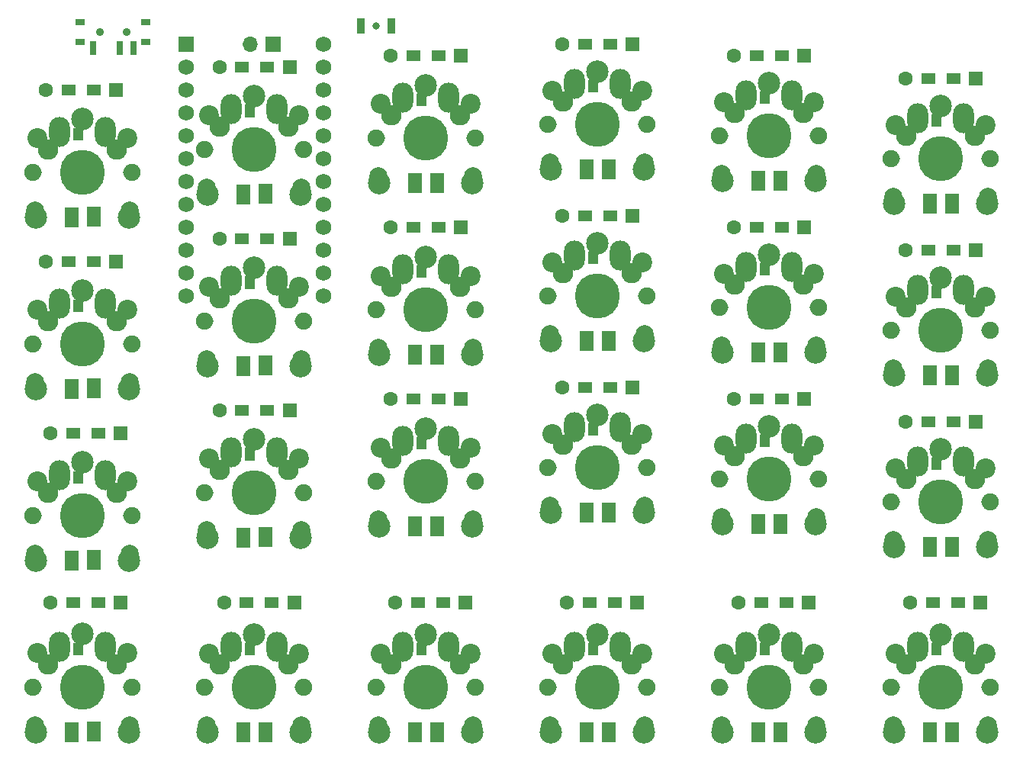
<source format=gbr>
G04 #@! TF.GenerationSoftware,KiCad,Pcbnew,5.1.9*
G04 #@! TF.CreationDate,2021-01-09T20:22:18-06:00*
G04 #@! TF.ProjectId,halfboard,68616c66-626f-4617-9264-2e6b69636164,rev?*
G04 #@! TF.SameCoordinates,Original*
G04 #@! TF.FileFunction,Soldermask,Bot*
G04 #@! TF.FilePolarity,Negative*
%FSLAX46Y46*%
G04 Gerber Fmt 4.6, Leading zero omitted, Abs format (unit mm)*
G04 Created by KiCad (PCBNEW 5.1.9) date 2021-01-09 20:22:18*
%MOMM*%
%LPD*%
G01*
G04 APERTURE LIST*
%ADD10C,0.100000*%
%ADD11C,5.000000*%
%ADD12C,1.900000*%
%ADD13C,2.200000*%
%ADD14C,2.500000*%
%ADD15C,2.286000*%
%ADD16O,2.300000X3.337000*%
%ADD17C,1.193800*%
%ADD18R,1.500000X2.300000*%
%ADD19C,2.000000*%
%ADD20O,1.700000X1.700000*%
%ADD21R,1.700000X1.700000*%
%ADD22C,0.800000*%
%ADD23C,0.900000*%
%ADD24R,0.700000X1.500000*%
%ADD25R,1.000000X0.800000*%
%ADD26R,0.900000X1.700000*%
%ADD27R,1.600000X1.600000*%
%ADD28C,1.600000*%
%ADD29R,1.600000X1.200000*%
%ADD30C,1.752600*%
%ADD31R,1.752600X1.752600*%
G04 APERTURE END LIST*
D10*
G04 #@! TO.C,REF\u002A\u002A*
G36*
X49182000Y-60121800D02*
G01*
X48166000Y-60121800D01*
X48166000Y-58801000D01*
X49182000Y-58801000D01*
X49182000Y-60121800D01*
G37*
X49182000Y-60121800D02*
X48166000Y-60121800D01*
X48166000Y-58801000D01*
X49182000Y-58801000D01*
X49182000Y-60121800D01*
G04 #@! TO.C, *
G36*
X144430303Y-58627530D02*
G01*
X143414303Y-58627530D01*
X143414303Y-57306730D01*
X144430303Y-57306730D01*
X144430303Y-58627530D01*
G37*
X144430303Y-58627530D02*
X143414303Y-58627530D01*
X143414303Y-57306730D01*
X144430303Y-57306730D01*
X144430303Y-58627530D01*
G36*
X144430303Y-77677530D02*
G01*
X143414303Y-77677530D01*
X143414303Y-76356730D01*
X144430303Y-76356730D01*
X144430303Y-77677530D01*
G37*
X144430303Y-77677530D02*
X143414303Y-77677530D01*
X143414303Y-76356730D01*
X144430303Y-76356730D01*
X144430303Y-77677530D01*
G36*
X144430303Y-96727530D02*
G01*
X143414303Y-96727530D01*
X143414303Y-95406730D01*
X144430303Y-95406730D01*
X144430303Y-96727530D01*
G37*
X144430303Y-96727530D02*
X143414303Y-96727530D01*
X143414303Y-95406730D01*
X144430303Y-95406730D01*
X144430303Y-96727530D01*
G36*
X144430303Y-117301530D02*
G01*
X143414303Y-117301530D01*
X143414303Y-115980730D01*
X144430303Y-115980730D01*
X144430303Y-117301530D01*
G37*
X144430303Y-117301530D02*
X143414303Y-117301530D01*
X143414303Y-115980730D01*
X144430303Y-115980730D01*
X144430303Y-117301530D01*
G36*
X125380303Y-117301530D02*
G01*
X124364303Y-117301530D01*
X124364303Y-115980730D01*
X125380303Y-115980730D01*
X125380303Y-117301530D01*
G37*
X125380303Y-117301530D02*
X124364303Y-117301530D01*
X124364303Y-115980730D01*
X125380303Y-115980730D01*
X125380303Y-117301530D01*
G36*
X106330303Y-117301530D02*
G01*
X105314303Y-117301530D01*
X105314303Y-115980730D01*
X106330303Y-115980730D01*
X106330303Y-117301530D01*
G37*
X106330303Y-117301530D02*
X105314303Y-117301530D01*
X105314303Y-115980730D01*
X106330303Y-115980730D01*
X106330303Y-117301530D01*
G36*
X87280303Y-117301530D02*
G01*
X86264303Y-117301530D01*
X86264303Y-115980730D01*
X87280303Y-115980730D01*
X87280303Y-117301530D01*
G37*
X87280303Y-117301530D02*
X86264303Y-117301530D01*
X86264303Y-115980730D01*
X87280303Y-115980730D01*
X87280303Y-117301530D01*
G36*
X125380303Y-94187530D02*
G01*
X124364303Y-94187530D01*
X124364303Y-92866730D01*
X125380303Y-92866730D01*
X125380303Y-94187530D01*
G37*
X125380303Y-94187530D02*
X124364303Y-94187530D01*
X124364303Y-92866730D01*
X125380303Y-92866730D01*
X125380303Y-94187530D01*
G36*
X125380303Y-75137530D02*
G01*
X124364303Y-75137530D01*
X124364303Y-73816730D01*
X125380303Y-73816730D01*
X125380303Y-75137530D01*
G37*
X125380303Y-75137530D02*
X124364303Y-75137530D01*
X124364303Y-73816730D01*
X125380303Y-73816730D01*
X125380303Y-75137530D01*
G36*
X125380303Y-56087530D02*
G01*
X124364303Y-56087530D01*
X124364303Y-54766730D01*
X125380303Y-54766730D01*
X125380303Y-56087530D01*
G37*
X125380303Y-56087530D02*
X124364303Y-56087530D01*
X124364303Y-54766730D01*
X125380303Y-54766730D01*
X125380303Y-56087530D01*
G36*
X106330303Y-54817530D02*
G01*
X105314303Y-54817530D01*
X105314303Y-53496730D01*
X106330303Y-53496730D01*
X106330303Y-54817530D01*
G37*
X106330303Y-54817530D02*
X105314303Y-54817530D01*
X105314303Y-53496730D01*
X106330303Y-53496730D01*
X106330303Y-54817530D01*
G36*
X106330303Y-73867530D02*
G01*
X105314303Y-73867530D01*
X105314303Y-72546730D01*
X106330303Y-72546730D01*
X106330303Y-73867530D01*
G37*
X106330303Y-73867530D02*
X105314303Y-73867530D01*
X105314303Y-72546730D01*
X106330303Y-72546730D01*
X106330303Y-73867530D01*
G36*
X106330303Y-92917530D02*
G01*
X105314303Y-92917530D01*
X105314303Y-91596730D01*
X106330303Y-91596730D01*
X106330303Y-92917530D01*
G37*
X106330303Y-92917530D02*
X105314303Y-92917530D01*
X105314303Y-91596730D01*
X106330303Y-91596730D01*
X106330303Y-92917530D01*
G36*
X87280303Y-94441530D02*
G01*
X86264303Y-94441530D01*
X86264303Y-93120730D01*
X87280303Y-93120730D01*
X87280303Y-94441530D01*
G37*
X87280303Y-94441530D02*
X86264303Y-94441530D01*
X86264303Y-93120730D01*
X87280303Y-93120730D01*
X87280303Y-94441530D01*
G36*
X87280303Y-75391530D02*
G01*
X86264303Y-75391530D01*
X86264303Y-74070730D01*
X87280303Y-74070730D01*
X87280303Y-75391530D01*
G37*
X87280303Y-75391530D02*
X86264303Y-75391530D01*
X86264303Y-74070730D01*
X87280303Y-74070730D01*
X87280303Y-75391530D01*
G36*
X87280303Y-56337530D02*
G01*
X86264303Y-56337530D01*
X86264303Y-55016730D01*
X87280303Y-55016730D01*
X87280303Y-56337530D01*
G37*
X87280303Y-56337530D02*
X86264303Y-56337530D01*
X86264303Y-55016730D01*
X87280303Y-55016730D01*
X87280303Y-56337530D01*
G36*
X68227231Y-57571530D02*
G01*
X67211231Y-57571530D01*
X67211231Y-56250730D01*
X68227231Y-56250730D01*
X68227231Y-57571530D01*
G37*
X68227231Y-57571530D02*
X67211231Y-57571530D01*
X67211231Y-56250730D01*
X68227231Y-56250730D01*
X68227231Y-57571530D01*
G36*
X68227231Y-76619629D02*
G01*
X67211231Y-76619629D01*
X67211231Y-75298829D01*
X68227231Y-75298829D01*
X68227231Y-76619629D01*
G37*
X68227231Y-76619629D02*
X67211231Y-76619629D01*
X67211231Y-75298829D01*
X68227231Y-75298829D01*
X68227231Y-76619629D01*
G36*
X68227231Y-95668030D02*
G01*
X67211231Y-95668030D01*
X67211231Y-94347230D01*
X68227231Y-94347230D01*
X68227231Y-95668030D01*
G37*
X68227231Y-95668030D02*
X67211231Y-95668030D01*
X67211231Y-94347230D01*
X68227231Y-94347230D01*
X68227231Y-95668030D01*
G36*
X68227231Y-117301530D02*
G01*
X67211231Y-117301530D01*
X67211231Y-115980730D01*
X68227231Y-115980730D01*
X68227231Y-117301530D01*
G37*
X68227231Y-117301530D02*
X67211231Y-117301530D01*
X67211231Y-115980730D01*
X68227231Y-115980730D01*
X68227231Y-117301530D01*
G36*
X49182000Y-117271800D02*
G01*
X48166000Y-117271800D01*
X48166000Y-115951000D01*
X49182000Y-115951000D01*
X49182000Y-117271800D01*
G37*
X49182000Y-117271800D02*
X48166000Y-117271800D01*
X48166000Y-115951000D01*
X49182000Y-115951000D01*
X49182000Y-117271800D01*
G36*
X49182000Y-98221800D02*
G01*
X48166000Y-98221800D01*
X48166000Y-96901000D01*
X49182000Y-96901000D01*
X49182000Y-98221800D01*
G37*
X49182000Y-98221800D02*
X48166000Y-98221800D01*
X48166000Y-96901000D01*
X49182000Y-96901000D01*
X49182000Y-98221800D01*
G36*
X49182000Y-79171800D02*
G01*
X48166000Y-79171800D01*
X48166000Y-77851000D01*
X49182000Y-77851000D01*
X49182000Y-79171800D01*
G37*
X49182000Y-79171800D02*
X48166000Y-79171800D01*
X48166000Y-77851000D01*
X49182000Y-77851000D01*
X49182000Y-79171800D01*
G04 #@! TD*
D11*
G04 #@! TO.C,REF\u002A\u002A*
X49182000Y-63754000D03*
D12*
X43682000Y-63754000D03*
X54682000Y-63754000D03*
D13*
X54182000Y-59954000D03*
D14*
X49182000Y-57854000D03*
X44032000Y-68754000D03*
D13*
X44182000Y-59954000D03*
D14*
X54332000Y-68754000D03*
D15*
X45372000Y-61214000D03*
X52992000Y-61214000D03*
D16*
X46662000Y-59254000D03*
X51702000Y-59254000D03*
D17*
X44102000Y-63754000D03*
X54262000Y-63754000D03*
D18*
X47952000Y-68734000D03*
X50452000Y-68684000D03*
D19*
X43962000Y-67954000D03*
X54402000Y-67954000D03*
G04 #@! TD*
G04 #@! TO.C, *
X149650303Y-66459730D03*
X139210303Y-66459730D03*
D18*
X145700303Y-67189730D03*
X143200303Y-67239730D03*
D17*
X149510303Y-62259730D03*
X139350303Y-62259730D03*
D16*
X146950303Y-57759730D03*
X141910303Y-57759730D03*
D15*
X148240303Y-59719730D03*
X140620303Y-59719730D03*
D14*
X149580303Y-67259730D03*
D13*
X139430303Y-58459730D03*
D14*
X139280303Y-67259730D03*
X144430303Y-56359730D03*
D13*
X149430303Y-58459730D03*
D12*
X149930303Y-62259730D03*
X138930303Y-62259730D03*
D11*
X144430303Y-62259730D03*
G04 #@! TD*
D19*
G04 #@! TO.C, *
X149650303Y-85509730D03*
X139210303Y-85509730D03*
D18*
X145700303Y-86239730D03*
X143200303Y-86289730D03*
D17*
X149510303Y-81309730D03*
X139350303Y-81309730D03*
D16*
X146950303Y-76809730D03*
X141910303Y-76809730D03*
D15*
X148240303Y-78769730D03*
X140620303Y-78769730D03*
D14*
X149580303Y-86309730D03*
D13*
X139430303Y-77509730D03*
D14*
X139280303Y-86309730D03*
X144430303Y-75409730D03*
D13*
X149430303Y-77509730D03*
D12*
X149930303Y-81309730D03*
X138930303Y-81309730D03*
D11*
X144430303Y-81309730D03*
G04 #@! TD*
D19*
G04 #@! TO.C, *
X149650303Y-104559730D03*
X139210303Y-104559730D03*
D18*
X145700303Y-105289730D03*
X143200303Y-105339730D03*
D17*
X149510303Y-100359730D03*
X139350303Y-100359730D03*
D16*
X146950303Y-95859730D03*
X141910303Y-95859730D03*
D15*
X148240303Y-97819730D03*
X140620303Y-97819730D03*
D14*
X149580303Y-105359730D03*
D13*
X139430303Y-96559730D03*
D14*
X139280303Y-105359730D03*
X144430303Y-94459730D03*
D13*
X149430303Y-96559730D03*
D12*
X149930303Y-100359730D03*
X138930303Y-100359730D03*
D11*
X144430303Y-100359730D03*
G04 #@! TD*
D19*
G04 #@! TO.C, *
X149650303Y-125133730D03*
X139210303Y-125133730D03*
D18*
X145700303Y-125863730D03*
X143200303Y-125913730D03*
D17*
X149510303Y-120933730D03*
X139350303Y-120933730D03*
D16*
X146950303Y-116433730D03*
X141910303Y-116433730D03*
D15*
X148240303Y-118393730D03*
X140620303Y-118393730D03*
D14*
X149580303Y-125933730D03*
D13*
X139430303Y-117133730D03*
D14*
X139280303Y-125933730D03*
X144430303Y-115033730D03*
D13*
X149430303Y-117133730D03*
D12*
X149930303Y-120933730D03*
X138930303Y-120933730D03*
D11*
X144430303Y-120933730D03*
G04 #@! TD*
D19*
G04 #@! TO.C, *
X130600303Y-125133730D03*
X120160303Y-125133730D03*
D18*
X126650303Y-125863730D03*
X124150303Y-125913730D03*
D17*
X130460303Y-120933730D03*
X120300303Y-120933730D03*
D16*
X127900303Y-116433730D03*
X122860303Y-116433730D03*
D15*
X129190303Y-118393730D03*
X121570303Y-118393730D03*
D14*
X130530303Y-125933730D03*
D13*
X120380303Y-117133730D03*
D14*
X120230303Y-125933730D03*
X125380303Y-115033730D03*
D13*
X130380303Y-117133730D03*
D12*
X130880303Y-120933730D03*
X119880303Y-120933730D03*
D11*
X125380303Y-120933730D03*
G04 #@! TD*
D19*
G04 #@! TO.C, *
X111550303Y-125133730D03*
X101110303Y-125133730D03*
D18*
X107600303Y-125863730D03*
X105100303Y-125913730D03*
D17*
X111410303Y-120933730D03*
X101250303Y-120933730D03*
D16*
X108850303Y-116433730D03*
X103810303Y-116433730D03*
D15*
X110140303Y-118393730D03*
X102520303Y-118393730D03*
D14*
X111480303Y-125933730D03*
D13*
X101330303Y-117133730D03*
D14*
X101180303Y-125933730D03*
X106330303Y-115033730D03*
D13*
X111330303Y-117133730D03*
D12*
X111830303Y-120933730D03*
X100830303Y-120933730D03*
D11*
X106330303Y-120933730D03*
G04 #@! TD*
D19*
G04 #@! TO.C, *
X92500303Y-125133730D03*
X82060303Y-125133730D03*
D18*
X88550303Y-125863730D03*
X86050303Y-125913730D03*
D17*
X92360303Y-120933730D03*
X82200303Y-120933730D03*
D16*
X89800303Y-116433730D03*
X84760303Y-116433730D03*
D15*
X91090303Y-118393730D03*
X83470303Y-118393730D03*
D14*
X92430303Y-125933730D03*
D13*
X82280303Y-117133730D03*
D14*
X82130303Y-125933730D03*
X87280303Y-115033730D03*
D13*
X92280303Y-117133730D03*
D12*
X92780303Y-120933730D03*
X81780303Y-120933730D03*
D11*
X87280303Y-120933730D03*
G04 #@! TD*
D19*
G04 #@! TO.C, *
X130600303Y-102019730D03*
X120160303Y-102019730D03*
D18*
X126650303Y-102749730D03*
X124150303Y-102799730D03*
D17*
X130460303Y-97819730D03*
X120300303Y-97819730D03*
D16*
X127900303Y-93319730D03*
X122860303Y-93319730D03*
D15*
X129190303Y-95279730D03*
X121570303Y-95279730D03*
D14*
X130530303Y-102819730D03*
D13*
X120380303Y-94019730D03*
D14*
X120230303Y-102819730D03*
X125380303Y-91919730D03*
D13*
X130380303Y-94019730D03*
D12*
X130880303Y-97819730D03*
X119880303Y-97819730D03*
D11*
X125380303Y-97819730D03*
G04 #@! TD*
D19*
G04 #@! TO.C, *
X130600303Y-82969730D03*
X120160303Y-82969730D03*
D18*
X126650303Y-83699730D03*
X124150303Y-83749730D03*
D17*
X130460303Y-78769730D03*
X120300303Y-78769730D03*
D16*
X127900303Y-74269730D03*
X122860303Y-74269730D03*
D15*
X129190303Y-76229730D03*
X121570303Y-76229730D03*
D14*
X130530303Y-83769730D03*
D13*
X120380303Y-74969730D03*
D14*
X120230303Y-83769730D03*
X125380303Y-72869730D03*
D13*
X130380303Y-74969730D03*
D12*
X130880303Y-78769730D03*
X119880303Y-78769730D03*
D11*
X125380303Y-78769730D03*
G04 #@! TD*
D19*
G04 #@! TO.C, *
X130600303Y-63919730D03*
X120160303Y-63919730D03*
D18*
X126650303Y-64649730D03*
X124150303Y-64699730D03*
D17*
X130460303Y-59719730D03*
X120300303Y-59719730D03*
D16*
X127900303Y-55219730D03*
X122860303Y-55219730D03*
D15*
X129190303Y-57179730D03*
X121570303Y-57179730D03*
D14*
X130530303Y-64719730D03*
D13*
X120380303Y-55919730D03*
D14*
X120230303Y-64719730D03*
X125380303Y-53819730D03*
D13*
X130380303Y-55919730D03*
D12*
X130880303Y-59719730D03*
X119880303Y-59719730D03*
D11*
X125380303Y-59719730D03*
G04 #@! TD*
D19*
G04 #@! TO.C, *
X111550303Y-62649730D03*
X101110303Y-62649730D03*
D18*
X107600303Y-63379730D03*
X105100303Y-63429730D03*
D17*
X111410303Y-58449730D03*
X101250303Y-58449730D03*
D16*
X108850303Y-53949730D03*
X103810303Y-53949730D03*
D15*
X110140303Y-55909730D03*
X102520303Y-55909730D03*
D14*
X111480303Y-63449730D03*
D13*
X101330303Y-54649730D03*
D14*
X101180303Y-63449730D03*
X106330303Y-52549730D03*
D13*
X111330303Y-54649730D03*
D12*
X111830303Y-58449730D03*
X100830303Y-58449730D03*
D11*
X106330303Y-58449730D03*
G04 #@! TD*
D19*
G04 #@! TO.C, *
X111550303Y-81699730D03*
X101110303Y-81699730D03*
D18*
X107600303Y-82429730D03*
X105100303Y-82479730D03*
D17*
X111410303Y-77499730D03*
X101250303Y-77499730D03*
D16*
X108850303Y-72999730D03*
X103810303Y-72999730D03*
D15*
X110140303Y-74959730D03*
X102520303Y-74959730D03*
D14*
X111480303Y-82499730D03*
D13*
X101330303Y-73699730D03*
D14*
X101180303Y-82499730D03*
X106330303Y-71599730D03*
D13*
X111330303Y-73699730D03*
D12*
X111830303Y-77499730D03*
X100830303Y-77499730D03*
D11*
X106330303Y-77499730D03*
G04 #@! TD*
D19*
G04 #@! TO.C, *
X111550303Y-100749730D03*
X101110303Y-100749730D03*
D18*
X107600303Y-101479730D03*
X105100303Y-101529730D03*
D17*
X111410303Y-96549730D03*
X101250303Y-96549730D03*
D16*
X108850303Y-92049730D03*
X103810303Y-92049730D03*
D15*
X110140303Y-94009730D03*
X102520303Y-94009730D03*
D14*
X111480303Y-101549730D03*
D13*
X101330303Y-92749730D03*
D14*
X101180303Y-101549730D03*
X106330303Y-90649730D03*
D13*
X111330303Y-92749730D03*
D12*
X111830303Y-96549730D03*
X100830303Y-96549730D03*
D11*
X106330303Y-96549730D03*
G04 #@! TD*
D19*
G04 #@! TO.C, *
X92500303Y-102273730D03*
X82060303Y-102273730D03*
D18*
X88550303Y-103003730D03*
X86050303Y-103053730D03*
D17*
X92360303Y-98073730D03*
X82200303Y-98073730D03*
D16*
X89800303Y-93573730D03*
X84760303Y-93573730D03*
D15*
X91090303Y-95533730D03*
X83470303Y-95533730D03*
D14*
X92430303Y-103073730D03*
D13*
X82280303Y-94273730D03*
D14*
X82130303Y-103073730D03*
X87280303Y-92173730D03*
D13*
X92280303Y-94273730D03*
D12*
X92780303Y-98073730D03*
X81780303Y-98073730D03*
D11*
X87280303Y-98073730D03*
G04 #@! TD*
D19*
G04 #@! TO.C, *
X92500303Y-83223730D03*
X82060303Y-83223730D03*
D18*
X88550303Y-83953730D03*
X86050303Y-84003730D03*
D17*
X92360303Y-79023730D03*
X82200303Y-79023730D03*
D16*
X89800303Y-74523730D03*
X84760303Y-74523730D03*
D15*
X91090303Y-76483730D03*
X83470303Y-76483730D03*
D14*
X92430303Y-84023730D03*
D13*
X82280303Y-75223730D03*
D14*
X82130303Y-84023730D03*
X87280303Y-73123730D03*
D13*
X92280303Y-75223730D03*
D12*
X92780303Y-79023730D03*
X81780303Y-79023730D03*
D11*
X87280303Y-79023730D03*
G04 #@! TD*
D19*
G04 #@! TO.C, *
X92500303Y-64169730D03*
X82060303Y-64169730D03*
D18*
X88550303Y-64899730D03*
X86050303Y-64949730D03*
D17*
X92360303Y-59969730D03*
X82200303Y-59969730D03*
D16*
X89800303Y-55469730D03*
X84760303Y-55469730D03*
D15*
X91090303Y-57429730D03*
X83470303Y-57429730D03*
D14*
X92430303Y-64969730D03*
D13*
X82280303Y-56169730D03*
D14*
X82130303Y-64969730D03*
X87280303Y-54069730D03*
D13*
X92280303Y-56169730D03*
D12*
X92780303Y-59969730D03*
X81780303Y-59969730D03*
D11*
X87280303Y-59969730D03*
G04 #@! TD*
D19*
G04 #@! TO.C, *
X73447231Y-65403730D03*
X63007231Y-65403730D03*
D18*
X69497231Y-66133730D03*
X66997231Y-66183730D03*
D17*
X73307231Y-61203730D03*
X63147231Y-61203730D03*
D16*
X70747231Y-56703730D03*
X65707231Y-56703730D03*
D15*
X72037231Y-58663730D03*
X64417231Y-58663730D03*
D14*
X73377231Y-66203730D03*
D13*
X63227231Y-57403730D03*
D14*
X63077231Y-66203730D03*
X68227231Y-55303730D03*
D13*
X73227231Y-57403730D03*
D12*
X73727231Y-61203730D03*
X62727231Y-61203730D03*
D11*
X68227231Y-61203730D03*
G04 #@! TD*
D19*
G04 #@! TO.C, *
X73447231Y-84451829D03*
X63007231Y-84451829D03*
D18*
X69497231Y-85181829D03*
X66997231Y-85231829D03*
D17*
X73307231Y-80251829D03*
X63147231Y-80251829D03*
D16*
X70747231Y-75751829D03*
X65707231Y-75751829D03*
D15*
X72037231Y-77711829D03*
X64417231Y-77711829D03*
D14*
X73377231Y-85251829D03*
D13*
X63227231Y-76451829D03*
D14*
X63077231Y-85251829D03*
X68227231Y-74351829D03*
D13*
X73227231Y-76451829D03*
D12*
X73727231Y-80251829D03*
X62727231Y-80251829D03*
D11*
X68227231Y-80251829D03*
G04 #@! TD*
D19*
G04 #@! TO.C, *
X73447231Y-103500230D03*
X63007231Y-103500230D03*
D18*
X69497231Y-104230230D03*
X66997231Y-104280230D03*
D17*
X73307231Y-99300230D03*
X63147231Y-99300230D03*
D16*
X70747231Y-94800230D03*
X65707231Y-94800230D03*
D15*
X72037231Y-96760230D03*
X64417231Y-96760230D03*
D14*
X73377231Y-104300230D03*
D13*
X63227231Y-95500230D03*
D14*
X63077231Y-104300230D03*
X68227231Y-93400230D03*
D13*
X73227231Y-95500230D03*
D12*
X73727231Y-99300230D03*
X62727231Y-99300230D03*
D11*
X68227231Y-99300230D03*
G04 #@! TD*
G04 #@! TO.C, *
X68227231Y-120933730D03*
D12*
X62727231Y-120933730D03*
X73727231Y-120933730D03*
D13*
X73227231Y-117133730D03*
D14*
X68227231Y-115033730D03*
X63077231Y-125933730D03*
D13*
X63227231Y-117133730D03*
D14*
X73377231Y-125933730D03*
D15*
X64417231Y-118393730D03*
X72037231Y-118393730D03*
D16*
X65707231Y-116433730D03*
X70747231Y-116433730D03*
D17*
X63147231Y-120933730D03*
X73307231Y-120933730D03*
D18*
X66997231Y-125913730D03*
X69497231Y-125863730D03*
D19*
X63007231Y-125133730D03*
X73447231Y-125133730D03*
G04 #@! TD*
D11*
G04 #@! TO.C, *
X49182000Y-120904000D03*
D12*
X43682000Y-120904000D03*
X54682000Y-120904000D03*
D13*
X54182000Y-117104000D03*
D14*
X49182000Y-115004000D03*
X44032000Y-125904000D03*
D13*
X44182000Y-117104000D03*
D14*
X54332000Y-125904000D03*
D15*
X45372000Y-118364000D03*
X52992000Y-118364000D03*
D16*
X46662000Y-116404000D03*
X51702000Y-116404000D03*
D17*
X44102000Y-120904000D03*
X54262000Y-120904000D03*
D18*
X47952000Y-125884000D03*
X50452000Y-125834000D03*
D19*
X43962000Y-125104000D03*
X54402000Y-125104000D03*
G04 #@! TD*
D11*
G04 #@! TO.C, *
X49182000Y-101854000D03*
D12*
X43682000Y-101854000D03*
X54682000Y-101854000D03*
D13*
X54182000Y-98054000D03*
D14*
X49182000Y-95954000D03*
X44032000Y-106854000D03*
D13*
X44182000Y-98054000D03*
D14*
X54332000Y-106854000D03*
D15*
X45372000Y-99314000D03*
X52992000Y-99314000D03*
D16*
X46662000Y-97354000D03*
X51702000Y-97354000D03*
D17*
X44102000Y-101854000D03*
X54262000Y-101854000D03*
D18*
X47952000Y-106834000D03*
X50452000Y-106784000D03*
D19*
X43962000Y-106054000D03*
X54402000Y-106054000D03*
G04 #@! TD*
D11*
G04 #@! TO.C, *
X49182000Y-82804000D03*
D12*
X43682000Y-82804000D03*
X54682000Y-82804000D03*
D13*
X54182000Y-79004000D03*
D14*
X49182000Y-76904000D03*
X44032000Y-87804000D03*
D13*
X44182000Y-79004000D03*
D14*
X54332000Y-87804000D03*
D15*
X45372000Y-80264000D03*
X52992000Y-80264000D03*
D16*
X46662000Y-78304000D03*
X51702000Y-78304000D03*
D17*
X44102000Y-82804000D03*
X54262000Y-82804000D03*
D18*
X47952000Y-87784000D03*
X50452000Y-87734000D03*
D19*
X43962000Y-87004000D03*
X54402000Y-87004000D03*
G04 #@! TD*
D20*
G04 #@! TO.C, *
X67818000Y-49530000D03*
D21*
X70358000Y-49530000D03*
G04 #@! TD*
D22*
G04 #@! TO.C,REF\u002A\u002A*
X81788000Y-47498000D03*
G04 #@! TD*
D23*
G04 #@! TO.C,REF\u002A\u002A*
X54078000Y-48184000D03*
X51078000Y-48184000D03*
G04 #@! TD*
G04 #@! TO.C,REF\u002A\u002A*
X51078000Y-48184000D03*
X54078000Y-48184000D03*
D24*
X50328000Y-49944000D03*
X53328000Y-49944000D03*
X54828000Y-49944000D03*
D25*
X48928000Y-47084000D03*
X56228000Y-47084000D03*
X56228000Y-49294000D03*
X48928000Y-49294000D03*
G04 #@! TD*
D22*
G04 #@! TO.C,REF\u002A\u002A*
X81788000Y-47498000D03*
D26*
X80088000Y-47498000D03*
X83488000Y-47498000D03*
G04 #@! TD*
D27*
G04 #@! TO.C,D0*
X148330303Y-53340000D03*
D28*
X140530303Y-53340000D03*
D29*
X145830303Y-53340000D03*
X143030303Y-53340000D03*
G04 #@! TD*
D27*
G04 #@! TO.C,D0*
X148330303Y-72390000D03*
D28*
X140530303Y-72390000D03*
D29*
X145830303Y-72390000D03*
X143030303Y-72390000D03*
G04 #@! TD*
D27*
G04 #@! TO.C,D0*
X148330303Y-91440000D03*
D28*
X140530303Y-91440000D03*
D29*
X145830303Y-91440000D03*
X143030303Y-91440000D03*
G04 #@! TD*
D27*
G04 #@! TO.C,D0*
X148838303Y-111490000D03*
D28*
X141038303Y-111490000D03*
D29*
X146338303Y-111490000D03*
X143538303Y-111490000D03*
G04 #@! TD*
D27*
G04 #@! TO.C,D0*
X129788303Y-111490000D03*
D28*
X121988303Y-111490000D03*
D29*
X127288303Y-111490000D03*
X124488303Y-111490000D03*
G04 #@! TD*
D27*
G04 #@! TO.C,D0*
X110738303Y-111490000D03*
D28*
X102938303Y-111490000D03*
D29*
X108238303Y-111490000D03*
X105438303Y-111490000D03*
G04 #@! TD*
D27*
G04 #@! TO.C,D0*
X91688303Y-111490000D03*
D28*
X83888303Y-111490000D03*
D29*
X89188303Y-111490000D03*
X86388303Y-111490000D03*
G04 #@! TD*
D27*
G04 #@! TO.C,D0*
X129280303Y-88900000D03*
D28*
X121480303Y-88900000D03*
D29*
X126780303Y-88900000D03*
X123980303Y-88900000D03*
G04 #@! TD*
D27*
G04 #@! TO.C,D0*
X129280303Y-69850000D03*
D28*
X121480303Y-69850000D03*
D29*
X126780303Y-69850000D03*
X123980303Y-69850000D03*
G04 #@! TD*
D27*
G04 #@! TO.C,D0*
X129280303Y-50800000D03*
D28*
X121480303Y-50800000D03*
D29*
X126780303Y-50800000D03*
X123980303Y-50800000D03*
G04 #@! TD*
D27*
G04 #@! TO.C,D0*
X110230303Y-49530000D03*
D28*
X102430303Y-49530000D03*
D29*
X107730303Y-49530000D03*
X104930303Y-49530000D03*
G04 #@! TD*
D27*
G04 #@! TO.C,D0*
X110230303Y-68580000D03*
D28*
X102430303Y-68580000D03*
D29*
X107730303Y-68580000D03*
X104930303Y-68580000D03*
G04 #@! TD*
D27*
G04 #@! TO.C,D0*
X110230303Y-87630000D03*
D28*
X102430303Y-87630000D03*
D29*
X107730303Y-87630000D03*
X104930303Y-87630000D03*
G04 #@! TD*
D27*
G04 #@! TO.C,D0*
X91180303Y-88900000D03*
D28*
X83380303Y-88900000D03*
D29*
X88680303Y-88900000D03*
X85880303Y-88900000D03*
G04 #@! TD*
D27*
G04 #@! TO.C,D0*
X91180303Y-69850000D03*
D28*
X83380303Y-69850000D03*
D29*
X88680303Y-69850000D03*
X85880303Y-69850000D03*
G04 #@! TD*
D27*
G04 #@! TO.C,D0*
X91180303Y-50800000D03*
D28*
X83380303Y-50800000D03*
D29*
X88680303Y-50800000D03*
X85880303Y-50800000D03*
G04 #@! TD*
D27*
G04 #@! TO.C,D0*
X72187231Y-52070000D03*
D28*
X64387231Y-52070000D03*
D29*
X69687231Y-52070000D03*
X66887231Y-52070000D03*
G04 #@! TD*
D27*
G04 #@! TO.C,D0*
X72187231Y-71120000D03*
D28*
X64387231Y-71120000D03*
D29*
X69687231Y-71120000D03*
X66887231Y-71120000D03*
G04 #@! TD*
D27*
G04 #@! TO.C,D0*
X72187231Y-90170000D03*
D28*
X64387231Y-90170000D03*
D29*
X69687231Y-90170000D03*
X66887231Y-90170000D03*
G04 #@! TD*
D27*
G04 #@! TO.C,D0*
X72695231Y-111490000D03*
D28*
X64895231Y-111490000D03*
D29*
X70195231Y-111490000D03*
X67395231Y-111490000D03*
G04 #@! TD*
D27*
G04 #@! TO.C,D0*
X53430000Y-111490000D03*
D28*
X45630000Y-111490000D03*
D29*
X50930000Y-111490000D03*
X48130000Y-111490000D03*
G04 #@! TD*
D27*
G04 #@! TO.C,D0*
X53430000Y-92710000D03*
D28*
X45630000Y-92710000D03*
D29*
X50930000Y-92710000D03*
X48130000Y-92710000D03*
G04 #@! TD*
D27*
G04 #@! TO.C,D0*
X52922000Y-73660000D03*
D28*
X45122000Y-73660000D03*
D29*
X50422000Y-73660000D03*
X47622000Y-73660000D03*
G04 #@! TD*
G04 #@! TO.C,D0*
X47622000Y-54610000D03*
X50422000Y-54610000D03*
D28*
X45122000Y-54610000D03*
D27*
X52922000Y-54610000D03*
G04 #@! TD*
D30*
G04 #@! TO.C,U1*
X75907231Y-49530000D03*
X60667231Y-77470000D03*
X75907231Y-52070000D03*
X75907231Y-54610000D03*
X75907231Y-57150000D03*
X75907231Y-59690000D03*
X75907231Y-62230000D03*
X75907231Y-64770000D03*
X75907231Y-67310000D03*
X75907231Y-69850000D03*
X75907231Y-72390000D03*
X75907231Y-74930000D03*
X75907231Y-77470000D03*
X60667231Y-74930000D03*
X60667231Y-72390000D03*
X60667231Y-69850000D03*
X60667231Y-67310000D03*
X60667231Y-64770000D03*
X60667231Y-62230000D03*
X60667231Y-59690000D03*
X60667231Y-57150000D03*
X60667231Y-54610000D03*
X60667231Y-52070000D03*
D31*
X60667231Y-49530000D03*
G04 #@! TD*
M02*

</source>
